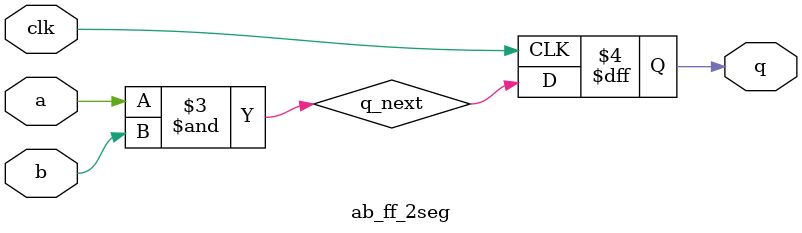
<source format=v>

module ab_ff_2seg
    (
     input wire clk,
     input wire a, b,
     output reg q
    );
    
    reg q_next;
    
    // D FF
    always @(posedge clk)
        q <= q_next;
    
    // cominational circuit
    always @*
        q_next = a & b;
        
endmodule                   // ab_ff_2seg
</source>
